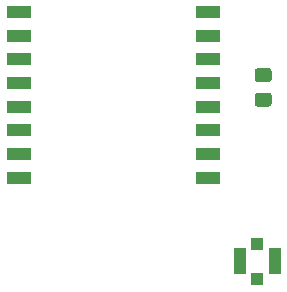
<source format=gbr>
%TF.GenerationSoftware,KiCad,Pcbnew,5.1.12-84ad8e8a86~92~ubuntu20.04.1*%
%TF.CreationDate,2021-12-04T14:18:14+01:00*%
%TF.ProjectId,RFMBreakout,52464d42-7265-4616-9b6f-75742e6b6963,rev?*%
%TF.SameCoordinates,Original*%
%TF.FileFunction,Paste,Top*%
%TF.FilePolarity,Positive*%
%FSLAX46Y46*%
G04 Gerber Fmt 4.6, Leading zero omitted, Abs format (unit mm)*
G04 Created by KiCad (PCBNEW 5.1.12-84ad8e8a86~92~ubuntu20.04.1) date 2021-12-04 14:18:14*
%MOMM*%
%LPD*%
G01*
G04 APERTURE LIST*
%ADD10R,1.000000X1.000000*%
%ADD11R,1.050000X2.200000*%
%ADD12R,2.000000X1.000000*%
G04 APERTURE END LIST*
D10*
%TO.C,J3*%
X143000000Y-101500000D03*
X143000000Y-104500000D03*
D11*
X141525000Y-103000000D03*
X144475000Y-103000000D03*
%TD*%
%TO.C,C1*%
G36*
G01*
X143035000Y-88715000D02*
X143985000Y-88715000D01*
G75*
G02*
X144235000Y-88965000I0J-250000D01*
G01*
X144235000Y-89640000D01*
G75*
G02*
X143985000Y-89890000I-250000J0D01*
G01*
X143035000Y-89890000D01*
G75*
G02*
X142785000Y-89640000I0J250000D01*
G01*
X142785000Y-88965000D01*
G75*
G02*
X143035000Y-88715000I250000J0D01*
G01*
G37*
G36*
G01*
X143035000Y-86640000D02*
X143985000Y-86640000D01*
G75*
G02*
X144235000Y-86890000I0J-250000D01*
G01*
X144235000Y-87565000D01*
G75*
G02*
X143985000Y-87815000I-250000J0D01*
G01*
X143035000Y-87815000D01*
G75*
G02*
X142785000Y-87565000I0J250000D01*
G01*
X142785000Y-86890000D01*
G75*
G02*
X143035000Y-86640000I250000J0D01*
G01*
G37*
%TD*%
D12*
%TO.C,U1*%
X138810000Y-81900000D03*
X138810000Y-83900000D03*
X138810000Y-85900000D03*
X138810000Y-87900000D03*
X138810000Y-89900000D03*
X138810000Y-91900000D03*
X138810000Y-93900000D03*
X138810000Y-95900000D03*
X122810000Y-95900000D03*
X122810000Y-93900000D03*
X122810000Y-91900000D03*
X122810000Y-89900000D03*
X122810000Y-87900000D03*
X122810000Y-85900000D03*
X122810000Y-83900000D03*
X122810000Y-81900000D03*
%TD*%
M02*

</source>
